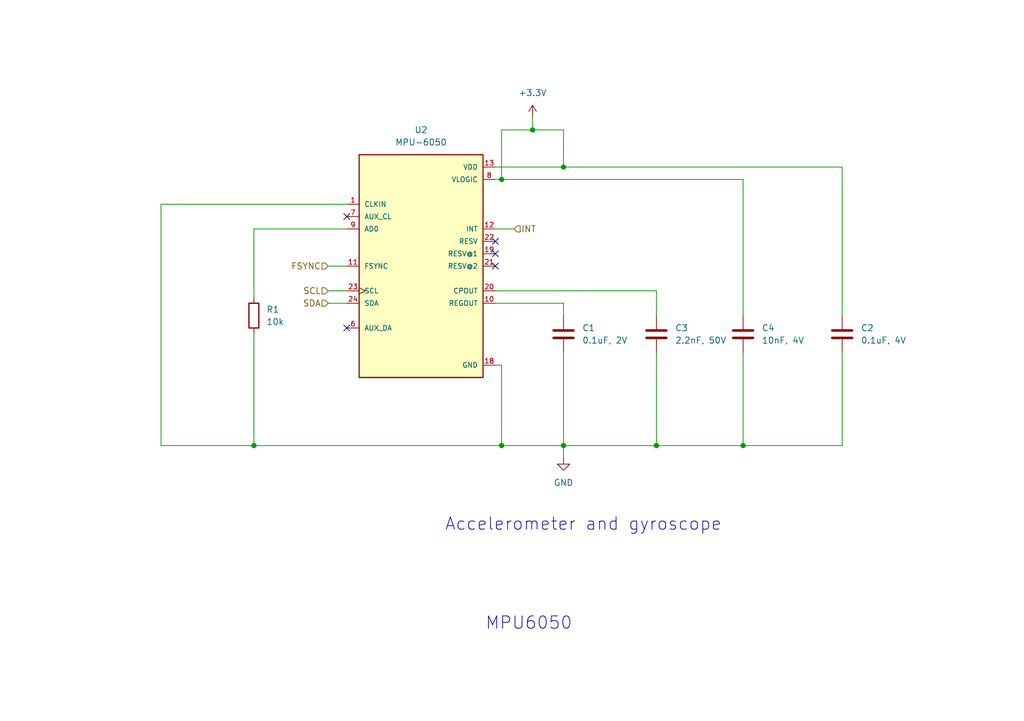
<source format=kicad_sch>
(kicad_sch (version 20231120) (generator "eeschema") (generator_version "8.0")
  (paper "A5")
  (lib_symbols
    (symbol "Device:C" (pin_numbers hide) (pin_names (offset 0.254))
      (property "Reference" "C" (at 0.635 2.54 0))
      (property "Value" "C" (at 0.635 -2.54 0))
      (symbol "C_0_1"
        (polyline (pts (xy -2.032 -0.762) (xy 2.032 -0.762)) (stroke (width 0.508)))
        (polyline (pts (xy -2.032 0.762) (xy 2.032 0.762)) (stroke (width 0.508)))
      )
      (symbol "C_1_1"
        (pin passive line (at 0 3.81 270) (length 2.794) (name "~") (number "1"))
        (pin passive line (at 0 -3.81 90) (length 2.794) (name "~") (number "2"))
      )
    )
    (symbol "Device:R" (pin_numbers hide) (pin_names (offset 0))
      (property "Reference" "R" (at 2.032 0 90))
      (property "Value" "R" (at 0 0 90))
      (symbol "R_0_1"
        (rectangle (start -1.016 -2.54) (end 1.016 2.54) (stroke (width 0.254)))
      )
      (symbol "R_1_1"
        (pin passive line (at 0 3.81 270) (length 1.27) (name "~") (number "1"))
        (pin passive line (at 0 -3.81 90) (length 1.27) (name "~") (number "2"))
      )
    )
    (symbol "MPU-6050:MPU-6050" (pin_names (offset 1.016))
      (property "Reference" "U" (at -12.7459 24.2062 0))
      (property "Value" "MPU-6050" (at -12.7681 -25.5253 0))
      (symbol "MPU-6050_0_0"
        (rectangle (start -12.7 -22.86) (end 12.7 22.86) (stroke (width 0.254)) (fill (type background)))
        (pin input line (at -15.24 12.7 0) (length 2.54) (name "CLKIN") (number "1"))
        (pin passive line (at 15.24 -7.62 180) (length 2.54) (name "REGOUT") (number "10"))
        (pin input line (at -15.24 0 0) (length 2.54) (name "FSYNC") (number "11"))
        (pin output line (at 15.24 7.62 180) (length 2.54) (name "INT") (number "12"))
        (pin power_in line (at 15.24 20.32 180) (length 2.54) (name "VDD") (number "13"))
        (pin power_in line (at 15.24 -20.32 180) (length 2.54) (name "GND") (number "18"))
        (pin passive line (at 15.24 2.54 180) (length 2.54) (name "RESV@1") (number "19"))
        (pin passive line (at 15.24 -5.08 180) (length 2.54) (name "CPOUT") (number "20"))
        (pin passive line (at 15.24 0 180) (length 2.54) (name "RESV@2") (number "21"))
        (pin passive line (at 15.24 5.08 180) (length 2.54) (name "RESV") (number "22"))
        (pin input clock (at -15.24 -5.08 0) (length 2.54) (name "SCL") (number "23"))
        (pin bidirectional line (at -15.24 -7.62 0) (length 2.54) (name "SDA") (number "24"))
        (pin bidirectional line (at -15.24 -12.7 0) (length 2.54) (name "AUX_DA") (number "6"))
        (pin input line (at -15.24 10.16 0) (length 2.54) (name "AUX_CL") (number "7"))
        (pin power_in line (at 15.24 17.78 180) (length 2.54) (name "VLOGIC") (number "8"))
        (pin input line (at -15.24 7.62 0) (length 2.54) (name "AD0") (number "9"))
      )
    )
    (symbol "power:+3.3V" (power) (pin_numbers hide) (pin_names (offset 0) hide)
      (property "Value" "+3.3V" (at 0 3.556 0))
      (symbol "+3.3V_0_1"
        (polyline (pts (xy -0.762 1.27) (xy 0 2.54)))
        (polyline (pts (xy 0 0) (xy 0 2.54)))
        (polyline (pts (xy 0 2.54) (xy 0.762 1.27)))
      )
      (symbol "+3.3V_1_1"
        (pin power_in line (at 0 0 90) (length 0) (name "~") (number "1"))
      )
    )
    (symbol "power:GND" (power) (pin_numbers hide) (pin_names (offset 0) hide)
      (property "Value" "GND" (at 0 -3.81 0))
      (symbol "GND_0_1"
        (polyline (pts (xy 0 0) (xy 0 -1.27) (xy 1.27 -1.27) (xy 0 -2.54) (xy -1.27 -1.27) (xy 0 -1.27)))
      )
      (symbol "GND_1_1"
        (pin power_in line (at 0 0 270) (length 0) (name "~") (number "1"))
      )
    )
  )
  (junction (at 102.87 91.44))
  (junction (at 52.07 91.44))
  (junction (at 115.57 91.44))
  (junction (at 115.57 34.29))
  (junction (at 152.4 91.44))
  (junction (at 109.22 26.67))
  (junction (at 134.62 91.44))
  (junction (at 102.87 36.83))
  (no_connect (at 71.12 44.45))
  (no_connect (at 101.6 52.07))
  (no_connect (at 101.6 54.61))
  (no_connect (at 71.12 67.31))
  (no_connect (at 101.6 49.53))
  (wire (pts (xy 52.07 91.44) (xy 102.87 91.44)))
  (wire (pts (xy 52.07 46.99) (xy 71.12 46.99)))
  (wire (pts (xy 52.07 68.58) (xy 52.07 91.44)))
  (wire (pts (xy 172.72 34.29) (xy 172.72 64.77)))
  (wire (pts (xy 101.6 34.29) (xy 115.57 34.29)))
  (wire (pts (xy 67.31 54.61) (xy 71.12 54.61)))
  (wire (pts (xy 172.72 91.44) (xy 172.72 72.39)))
  (wire (pts (xy 152.4 72.39) (xy 152.4 91.44)))
  (wire (pts (xy 109.22 24.13) (xy 109.22 26.67)))
  (wire (pts (xy 115.57 34.29) (xy 172.72 34.29)))
  (wire (pts (xy 67.31 59.69) (xy 71.12 59.69)))
  (wire (pts (xy 101.6 36.83) (xy 102.87 36.83)))
  (wire (pts (xy 134.62 59.69) (xy 134.62 64.77)))
  (wire (pts (xy 33.02 41.91) (xy 33.02 91.44)))
  (wire (pts (xy 101.6 74.93) (xy 102.87 74.93)))
  (wire (pts (xy 52.07 60.96) (xy 52.07 46.99)))
  (wire (pts (xy 101.6 46.99) (xy 105.41 46.99)))
  (wire (pts (xy 115.57 91.44) (xy 115.57 93.98)))
  (wire (pts (xy 102.87 26.67) (xy 102.87 36.83)))
  (wire (pts (xy 71.12 41.91) (xy 33.02 41.91)))
  (wire (pts (xy 102.87 91.44) (xy 115.57 91.44)))
  (wire (pts (xy 134.62 91.44) (xy 152.4 91.44)))
  (wire (pts (xy 115.57 26.67) (xy 115.57 34.29)))
  (wire (pts (xy 67.31 62.23) (xy 71.12 62.23)))
  (wire (pts (xy 152.4 36.83) (xy 152.4 64.77)))
  (wire (pts (xy 115.57 91.44) (xy 134.62 91.44)))
  (wire (pts (xy 109.22 26.67) (xy 115.57 26.67)))
  (wire (pts (xy 152.4 91.44) (xy 172.72 91.44)))
  (wire (pts (xy 101.6 62.23) (xy 115.57 62.23)))
  (wire (pts (xy 102.87 26.67) (xy 109.22 26.67)))
  (wire (pts (xy 115.57 62.23) (xy 115.57 64.77)))
  (wire (pts (xy 102.87 74.93) (xy 102.87 91.44)))
  (wire (pts (xy 101.6 59.69) (xy 134.62 59.69)))
  (wire (pts (xy 115.57 72.39) (xy 115.57 91.44)))
  (wire (pts (xy 102.87 36.83) (xy 152.4 36.83)))
  (wire (pts (xy 33.02 91.44) (xy 52.07 91.44)))
  (wire (pts (xy 134.62 91.44) (xy 134.62 72.39)))
  (text "Accelerometer and gyroscope" (at 119.634 107.696 0) (effects (font (size 2.54 2.54))))
  (text "MPU6050" (at 108.458 128.016 0) (effects (font (size 2.54 2.54))))
  (hierarchical_label "SCL" (shape input) (at 67.31 59.69 180))
  (hierarchical_label "INT" (shape input) (at 105.41 46.99 0))
  (hierarchical_label "FSYNC" (shape input) (at 67.31 54.61 180))
  (hierarchical_label "SDA" (shape input) (at 67.31 62.23 180))
  (symbol (lib_id "Device:C") (at 134.62 68.58 0) (unit 1)
    (property "Reference" "C3" (at 138.43 67.3099 0) (effects (justify left)))
    (property "Value" "2.2nF, 50V" (at 138.43 69.8499 0) (effects (justify left)))
    (property "Description" "Unpolarized capacitor" (effects (hide yes)))
  )
  (symbol (lib_id "Device:C") (at 115.57 68.58 0) (unit 1)
    (property "Reference" "C1" (at 119.38 67.3099 0) (effects (justify left)))
    (property "Value" "0.1uF, 2V" (at 119.38 69.8499 0) (effects (justify left)))
    (property "Description" "Unpolarized capacitor" (effects (hide yes)))
  )
  (symbol (lib_id "power:GND") (at 115.57 93.98 0) (unit 1)
    (property "Reference" "#PWR01" (effects (hide yes)))
    (property "Value" "GND" (at 115.57 99.06 0))
    (property "Description" "Power symbol creates a global label with name \"GND\" , ground" (effects (hide yes)))
  )
  (symbol (lib_id "Device:C") (at 172.72 68.58 0) (unit 1)
    (property "Reference" "C2" (at 176.53 67.3099 0) (effects (justify left)))
    (property "Value" "0.1uF, 4V" (at 176.53 69.8499 0) (effects (justify left)))
    (property "Description" "Unpolarized capacitor" (effects (hide yes)))
  )
  (symbol (lib_id "MPU-6050:MPU-6050") (at 86.36 54.61 0) (unit 1)
    (property "Reference" "U2" (at 86.36 26.67 0))
    (property "Value" "MPU-6050" (at 86.36 29.21 0))
    (property "Footprint" "koziol_drone_footprints:MPU-6050" (effects (hide yes)))
    (property "Description" "IMU ACCEL/GYRO 3-AXIS I2C 24QFN" (effects (hide yes)))
    (property "MF" "TDK InvenSense" (effects (hide yes)))
    (property "PACKAGE" "QFN-24 InvenSense" (effects (hide yes)))
    (property "PRICE" "5.45 USD" (effects (hide yes)))
    (property "Package" "QFN-24 InvenSense" (effects (hide yes)))
    (property "Check_prices" "https://www.snapeda.com/parts/MPU-6050/TDK+InvenSense/view-part/?ref=eda" (effects (hide yes)))
    (property "STANDARD" "IPC-7351B" (effects (hide yes)))
    (property "PARTREV" "3.4" (effects (hide yes)))
    (property "SnapEDA_Link" "https://www.snapeda.com/parts/MPU-6050/TDK+InvenSense/view-part/?ref=snap" (effects (hide yes)))
    (property "MP" "MPU-6050" (effects (hide yes)))
    (property "Purchase-URL" "https://www.snapeda.com/api/url_track_click_mouser/?unipart_id=43944&manufacturer=TDK InvenSense&part_name=MPU-6050&search_term=None" (effects (hide yes)))
    (property "Price" "None" (effects (hide yes)))
    (property "Availability" "In Stock" (effects (hide yes)))
    (property "AVAILABILITY" "Good" (effects (hide yes)))
    (property "Description_1" "\nMPU-6050 series Accelerometer, Gyroscope, 3 Axis Sensor Evaluation Board\n" (effects (hide yes)))
  )
  (symbol (lib_id "Device:R") (at 52.07 64.77 0) (unit 1)
    (property "Reference" "R1" (at 54.61 63.4999 0) (effects (justify left)))
    (property "Value" "10k" (at 54.61 66.0399 0) (effects (justify left)))
    (property "Description" "Resistor" (effects (hide yes)))
  )
  (symbol (lib_id "power:+3.3V") (at 109.22 24.13 0) (unit 1)
    (property "Reference" "#PWR02" (effects (hide yes)))
    (property "Value" "+3.3V" (at 109.22 19.05 0))
    (property "Description" "Power symbol creates a global label with name \"+3.3V\"" (effects (hide yes)))
  )
  (symbol (lib_id "Device:C") (at 152.4 68.58 0) (unit 1)
    (property "Reference" "C4" (at 156.21 67.3099 0) (effects (justify left)))
    (property "Value" "10nF, 4V" (at 156.21 69.8499 0) (effects (justify left)))
    (property "Description" "Unpolarized capacitor" (effects (hide yes)))
  )
)
</source>
